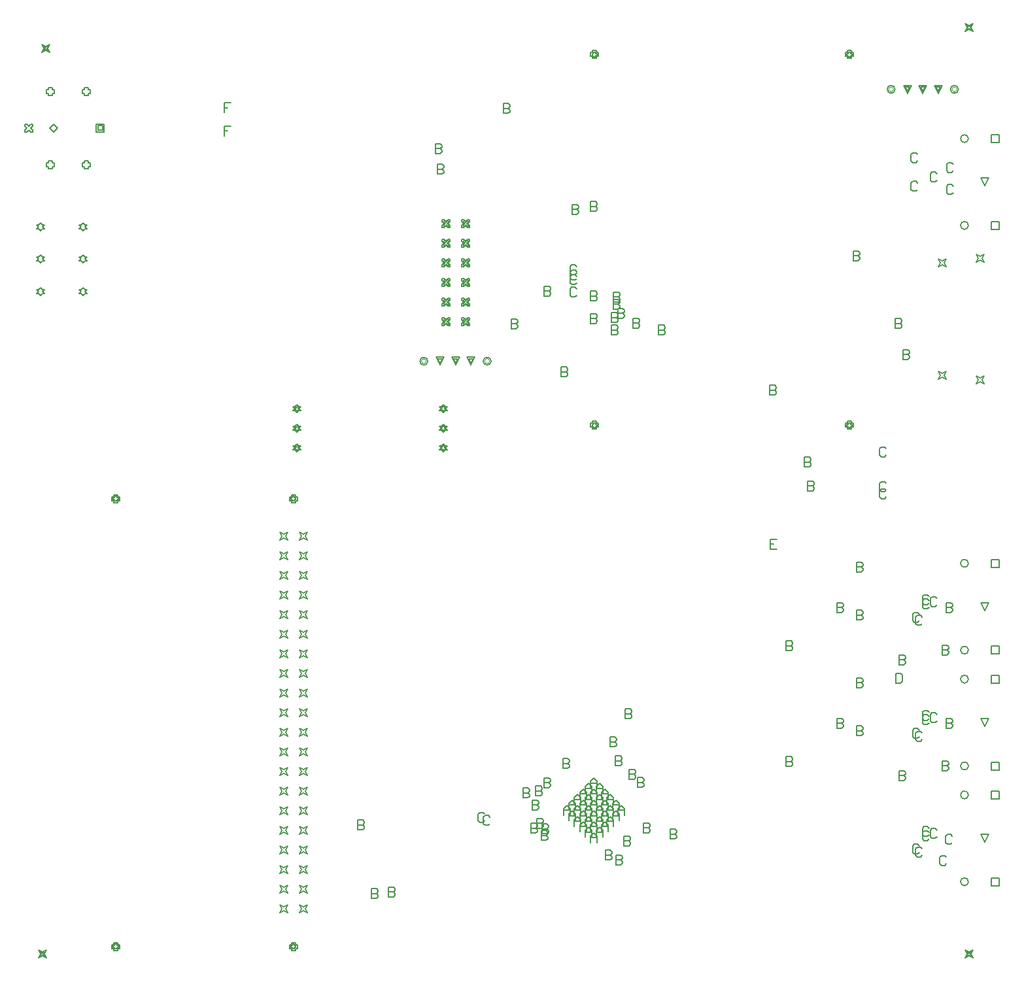
<source format=gbr>
%TF.GenerationSoftware,Altium Limited,Altium Designer,22.4.2 (48)*%
G04 Layer_Color=2752767*
%FSLAX26Y26*%
%MOIN*%
%TF.SameCoordinates,1C2CB1AA-ACBE-45DF-AC24-D873E68AE3FE*%
%TF.FilePolarity,Positive*%
%TF.FileFunction,Drawing*%
%TF.Part,Single*%
G01*
G75*
%TA.AperFunction,NonConductor*%
%ADD196C,0.005000*%
%ADD197C,0.006667*%
%ADD198C,0.004000*%
D196*
X6019370Y4876850D02*
Y4916850D01*
X6059370D01*
Y4876850D01*
X6019370D01*
Y5319370D02*
Y5359370D01*
X6059370D01*
Y5319370D01*
X6019370D01*
X5984252Y5098110D02*
X5964252Y5138110D01*
X6004252D01*
X5984252Y5098110D01*
X1171260Y4539055D02*
X1181260Y4549055D01*
X1191260D01*
X1181260Y4559055D01*
X1191260Y4569055D01*
X1181260D01*
X1171260Y4579055D01*
X1161260Y4569055D01*
X1151260D01*
X1161260Y4559055D01*
X1151260Y4549055D01*
X1161260D01*
X1171260Y4539055D01*
Y4704409D02*
X1181260Y4714409D01*
X1191260D01*
X1181260Y4724409D01*
X1191260Y4734409D01*
X1181260D01*
X1171260Y4744409D01*
X1161260Y4734409D01*
X1151260D01*
X1161260Y4724409D01*
X1151260Y4714409D01*
X1161260D01*
X1171260Y4704409D01*
Y4869764D02*
X1181260Y4879764D01*
X1191260D01*
X1181260Y4889764D01*
X1191260Y4899764D01*
X1181260D01*
X1171260Y4909764D01*
X1161260Y4899764D01*
X1151260D01*
X1161260Y4889764D01*
X1151260Y4879764D01*
X1161260D01*
X1171260Y4869764D01*
X1387795Y4539055D02*
X1397795Y4549055D01*
X1407795D01*
X1397795Y4559055D01*
X1407795Y4569055D01*
X1397795D01*
X1387795Y4579055D01*
X1377795Y4569055D01*
X1367795D01*
X1377795Y4559055D01*
X1367795Y4549055D01*
X1377795D01*
X1387795Y4539055D01*
Y4704409D02*
X1397795Y4714409D01*
X1407795D01*
X1397795Y4724409D01*
X1407795Y4734409D01*
X1397795D01*
X1387795Y4744409D01*
X1377795Y4734409D01*
X1367795D01*
X1377795Y4724409D01*
X1367795Y4714409D01*
X1377795D01*
X1387795Y4704409D01*
Y4869764D02*
X1397795Y4879764D01*
X1407795D01*
X1397795Y4889764D01*
X1407795Y4899764D01*
X1397795D01*
X1387795Y4909764D01*
X1377795Y4899764D01*
X1367795D01*
X1377795Y4889764D01*
X1367795Y4879764D01*
X1377795D01*
X1387795Y4869764D01*
X2390866Y3292205D02*
X2400866Y3312205D01*
X2390866Y3332205D01*
X2410866Y3322205D01*
X2430866Y3332205D01*
X2420866Y3312205D01*
X2430866Y3292205D01*
X2410866Y3302205D01*
X2390866Y3292205D01*
X2490866D02*
X2500866Y3312205D01*
X2490866Y3332205D01*
X2510866Y3322205D01*
X2530866Y3332205D01*
X2520866Y3312205D01*
X2530866Y3292205D01*
X2510866Y3302205D01*
X2490866Y3292205D01*
X2390866Y3192205D02*
X2400866Y3212205D01*
X2390866Y3232205D01*
X2410866Y3222205D01*
X2430866Y3232205D01*
X2420866Y3212205D01*
X2430866Y3192205D01*
X2410866Y3202205D01*
X2390866Y3192205D01*
X2490866D02*
X2500866Y3212205D01*
X2490866Y3232205D01*
X2510866Y3222205D01*
X2530866Y3232205D01*
X2520866Y3212205D01*
X2530866Y3192205D01*
X2510866Y3202205D01*
X2490866Y3192205D01*
X2390866Y3092205D02*
X2400866Y3112205D01*
X2390866Y3132205D01*
X2410866Y3122205D01*
X2430866Y3132205D01*
X2420866Y3112205D01*
X2430866Y3092205D01*
X2410866Y3102205D01*
X2390866Y3092205D01*
X2490866D02*
X2500866Y3112205D01*
X2490866Y3132205D01*
X2510866Y3122205D01*
X2530866Y3132205D01*
X2520866Y3112205D01*
X2530866Y3092205D01*
X2510866Y3102205D01*
X2490866Y3092205D01*
X2390866Y2992205D02*
X2400866Y3012205D01*
X2390866Y3032205D01*
X2410866Y3022205D01*
X2430866Y3032205D01*
X2420866Y3012205D01*
X2430866Y2992205D01*
X2410866Y3002205D01*
X2390866Y2992205D01*
X2490866D02*
X2500866Y3012205D01*
X2490866Y3032205D01*
X2510866Y3022205D01*
X2530866Y3032205D01*
X2520866Y3012205D01*
X2530866Y2992205D01*
X2510866Y3002205D01*
X2490866Y2992205D01*
X2390866Y2892205D02*
X2400866Y2912205D01*
X2390866Y2932205D01*
X2410866Y2922205D01*
X2430866Y2932205D01*
X2420866Y2912205D01*
X2430866Y2892205D01*
X2410866Y2902205D01*
X2390866Y2892205D01*
X2490866D02*
X2500866Y2912205D01*
X2490866Y2932205D01*
X2510866Y2922205D01*
X2530866Y2932205D01*
X2520866Y2912205D01*
X2530866Y2892205D01*
X2510866Y2902205D01*
X2490866Y2892205D01*
X2390866Y2792205D02*
X2400866Y2812205D01*
X2390866Y2832205D01*
X2410866Y2822205D01*
X2430866Y2832205D01*
X2420866Y2812205D01*
X2430866Y2792205D01*
X2410866Y2802205D01*
X2390866Y2792205D01*
X2490866D02*
X2500866Y2812205D01*
X2490866Y2832205D01*
X2510866Y2822205D01*
X2530866Y2832205D01*
X2520866Y2812205D01*
X2530866Y2792205D01*
X2510866Y2802205D01*
X2490866Y2792205D01*
X2390866Y2692205D02*
X2400866Y2712205D01*
X2390866Y2732205D01*
X2410866Y2722205D01*
X2430866Y2732205D01*
X2420866Y2712205D01*
X2430866Y2692205D01*
X2410866Y2702205D01*
X2390866Y2692205D01*
X2490866D02*
X2500866Y2712205D01*
X2490866Y2732205D01*
X2510866Y2722205D01*
X2530866Y2732205D01*
X2520866Y2712205D01*
X2530866Y2692205D01*
X2510866Y2702205D01*
X2490866Y2692205D01*
X2390866Y2592205D02*
X2400866Y2612205D01*
X2390866Y2632205D01*
X2410866Y2622205D01*
X2430866Y2632205D01*
X2420866Y2612205D01*
X2430866Y2592205D01*
X2410866Y2602205D01*
X2390866Y2592205D01*
X2490866D02*
X2500866Y2612205D01*
X2490866Y2632205D01*
X2510866Y2622205D01*
X2530866Y2632205D01*
X2520866Y2612205D01*
X2530866Y2592205D01*
X2510866Y2602205D01*
X2490866Y2592205D01*
X2390866Y2492205D02*
X2400866Y2512205D01*
X2390866Y2532205D01*
X2410866Y2522205D01*
X2430866Y2532205D01*
X2420866Y2512205D01*
X2430866Y2492205D01*
X2410866Y2502205D01*
X2390866Y2492205D01*
X2490866D02*
X2500866Y2512205D01*
X2490866Y2532205D01*
X2510866Y2522205D01*
X2530866Y2532205D01*
X2520866Y2512205D01*
X2530866Y2492205D01*
X2510866Y2502205D01*
X2490866Y2492205D01*
X2390866Y2392205D02*
X2400866Y2412205D01*
X2390866Y2432205D01*
X2410866Y2422205D01*
X2430866Y2432205D01*
X2420866Y2412205D01*
X2430866Y2392205D01*
X2410866Y2402205D01*
X2390866Y2392205D01*
X2490866D02*
X2500866Y2412205D01*
X2490866Y2432205D01*
X2510866Y2422205D01*
X2530866Y2432205D01*
X2520866Y2412205D01*
X2530866Y2392205D01*
X2510866Y2402205D01*
X2490866Y2392205D01*
X2390866Y2292205D02*
X2400866Y2312205D01*
X2390866Y2332205D01*
X2410866Y2322205D01*
X2430866Y2332205D01*
X2420866Y2312205D01*
X2430866Y2292205D01*
X2410866Y2302205D01*
X2390866Y2292205D01*
X2490866D02*
X2500866Y2312205D01*
X2490866Y2332205D01*
X2510866Y2322205D01*
X2530866Y2332205D01*
X2520866Y2312205D01*
X2530866Y2292205D01*
X2510866Y2302205D01*
X2490866Y2292205D01*
X2390866Y2192205D02*
X2400866Y2212205D01*
X2390866Y2232205D01*
X2410866Y2222205D01*
X2430866Y2232205D01*
X2420866Y2212205D01*
X2430866Y2192205D01*
X2410866Y2202205D01*
X2390866Y2192205D01*
X2490866D02*
X2500866Y2212205D01*
X2490866Y2232205D01*
X2510866Y2222205D01*
X2530866Y2232205D01*
X2520866Y2212205D01*
X2530866Y2192205D01*
X2510866Y2202205D01*
X2490866Y2192205D01*
X2390866Y2092205D02*
X2400866Y2112205D01*
X2390866Y2132205D01*
X2410866Y2122205D01*
X2430866Y2132205D01*
X2420866Y2112205D01*
X2430866Y2092205D01*
X2410866Y2102205D01*
X2390866Y2092205D01*
X2490866D02*
X2500866Y2112205D01*
X2490866Y2132205D01*
X2510866Y2122205D01*
X2530866Y2132205D01*
X2520866Y2112205D01*
X2530866Y2092205D01*
X2510866Y2102205D01*
X2490866Y2092205D01*
X2390866Y1992205D02*
X2400866Y2012205D01*
X2390866Y2032205D01*
X2410866Y2022205D01*
X2430866Y2032205D01*
X2420866Y2012205D01*
X2430866Y1992205D01*
X2410866Y2002205D01*
X2390866Y1992205D01*
X2490866D02*
X2500866Y2012205D01*
X2490866Y2032205D01*
X2510866Y2022205D01*
X2530866Y2032205D01*
X2520866Y2012205D01*
X2530866Y1992205D01*
X2510866Y2002205D01*
X2490866Y1992205D01*
X2390866Y1892205D02*
X2400866Y1912205D01*
X2390866Y1932205D01*
X2410866Y1922205D01*
X2430866Y1932205D01*
X2420866Y1912205D01*
X2430866Y1892205D01*
X2410866Y1902205D01*
X2390866Y1892205D01*
X2490866D02*
X2500866Y1912205D01*
X2490866Y1932205D01*
X2510866Y1922205D01*
X2530866Y1932205D01*
X2520866Y1912205D01*
X2530866Y1892205D01*
X2510866Y1902205D01*
X2490866Y1892205D01*
X2390866Y1792205D02*
X2400866Y1812205D01*
X2390866Y1832205D01*
X2410866Y1822205D01*
X2430866Y1832205D01*
X2420866Y1812205D01*
X2430866Y1792205D01*
X2410866Y1802205D01*
X2390866Y1792205D01*
X2490866D02*
X2500866Y1812205D01*
X2490866Y1832205D01*
X2510866Y1822205D01*
X2530866Y1832205D01*
X2520866Y1812205D01*
X2530866Y1792205D01*
X2510866Y1802205D01*
X2490866Y1792205D01*
X2390866Y1692205D02*
X2400866Y1712205D01*
X2390866Y1732205D01*
X2410866Y1722205D01*
X2430866Y1732205D01*
X2420866Y1712205D01*
X2430866Y1692205D01*
X2410866Y1702205D01*
X2390866Y1692205D01*
X2490866D02*
X2500866Y1712205D01*
X2490866Y1732205D01*
X2510866Y1722205D01*
X2530866Y1732205D01*
X2520866Y1712205D01*
X2530866Y1692205D01*
X2510866Y1702205D01*
X2490866Y1692205D01*
X2390866Y1592205D02*
X2400866Y1612205D01*
X2390866Y1632205D01*
X2410866Y1622205D01*
X2430866Y1632205D01*
X2420866Y1612205D01*
X2430866Y1592205D01*
X2410866Y1602205D01*
X2390866Y1592205D01*
X2490866D02*
X2500866Y1612205D01*
X2490866Y1632205D01*
X2510866Y1622205D01*
X2530866Y1632205D01*
X2520866Y1612205D01*
X2530866Y1592205D01*
X2510866Y1602205D01*
X2490866Y1592205D01*
X2390866Y1492205D02*
X2400866Y1512205D01*
X2390866Y1532205D01*
X2410866Y1522205D01*
X2430866Y1532205D01*
X2420866Y1512205D01*
X2430866Y1492205D01*
X2410866Y1502205D01*
X2390866Y1492205D01*
X2490866D02*
X2500866Y1512205D01*
X2490866Y1532205D01*
X2510866Y1522205D01*
X2530866Y1532205D01*
X2520866Y1512205D01*
X2530866Y1492205D01*
X2510866Y1502205D01*
X2490866Y1492205D01*
X2390866Y1392205D02*
X2400866Y1412205D01*
X2390866Y1432205D01*
X2410866Y1422205D01*
X2430866Y1432205D01*
X2420866Y1412205D01*
X2430866Y1392205D01*
X2410866Y1402205D01*
X2390866Y1392205D01*
X2490866D02*
X2500866Y1412205D01*
X2490866Y1432205D01*
X2510866Y1422205D01*
X2530866Y1432205D01*
X2520866Y1412205D01*
X2530866Y1392205D01*
X2510866Y1402205D01*
X2490866Y1392205D01*
X1210472Y5196693D02*
Y5186693D01*
X1230472D01*
Y5196693D01*
X1240472D01*
Y5216693D01*
X1230472D01*
Y5226693D01*
X1210472D01*
Y5216693D01*
X1200472D01*
Y5196693D01*
X1210472D01*
Y5570709D02*
Y5560709D01*
X1230472D01*
Y5570709D01*
X1240472D01*
Y5590709D01*
X1230472D01*
Y5600709D01*
X1210472D01*
Y5590709D01*
X1200472D01*
Y5570709D01*
X1210472D01*
X1092205Y5373701D02*
X1102205D01*
X1112205Y5383701D01*
X1122205Y5373701D01*
X1132205D01*
Y5383701D01*
X1122205Y5393701D01*
X1132205Y5403701D01*
Y5413701D01*
X1122205D01*
X1112205Y5403701D01*
X1102205Y5413701D01*
X1092205D01*
Y5403701D01*
X1102205Y5393701D01*
X1092205Y5383701D01*
Y5373701D01*
X1220158Y5393701D02*
X1240158Y5413701D01*
X1260158Y5393701D01*
X1240158Y5373701D01*
X1220158Y5393701D01*
X1456378Y5373701D02*
Y5413701D01*
X1496378D01*
Y5373701D01*
X1456378D01*
X1464378Y5381701D02*
Y5405701D01*
X1488378D01*
Y5381701D01*
X1464378D01*
X1395512Y5570709D02*
Y5560709D01*
X1415512D01*
Y5570709D01*
X1425512D01*
Y5590709D01*
X1415512D01*
Y5600709D01*
X1395512D01*
Y5590709D01*
X1385512D01*
Y5570709D01*
X1395512D01*
Y5196693D02*
Y5186693D01*
X1415512D01*
Y5196693D01*
X1425512D01*
Y5216693D01*
X1415512D01*
Y5226693D01*
X1395512D01*
Y5216693D01*
X1385512D01*
Y5196693D01*
X1395512D01*
X5590551Y5570551D02*
X5570551Y5610551D01*
X5610551D01*
X5590551Y5570551D01*
Y5578551D02*
X5578551Y5602551D01*
X5602551D01*
X5590551Y5578551D01*
X5669291Y5570551D02*
X5649291Y5610551D01*
X5689291D01*
X5669291Y5570551D01*
Y5578551D02*
X5657291Y5602551D01*
X5681291D01*
X5669291Y5578551D01*
X5748032Y5570551D02*
X5728032Y5610551D01*
X5768032D01*
X5748032Y5570551D01*
Y5578551D02*
X5736032Y5602551D01*
X5760032D01*
X5748032Y5578551D01*
X3224409Y3742205D02*
X3234409Y3752205D01*
X3244409D01*
X3234409Y3762205D01*
X3244409Y3772205D01*
X3234409D01*
X3224409Y3782205D01*
X3214409Y3772205D01*
X3204409D01*
X3214409Y3762205D01*
X3204409Y3752205D01*
X3214409D01*
X3224409Y3742205D01*
Y3750205D02*
X3230409Y3756205D01*
X3236409D01*
X3230409Y3762205D01*
X3236409Y3768205D01*
X3230409D01*
X3224409Y3774205D01*
X3218409Y3768205D01*
X3212409D01*
X3218409Y3762205D01*
X3212409Y3756205D01*
X3218409D01*
X3224409Y3750205D01*
Y3842205D02*
X3234409Y3852205D01*
X3244409D01*
X3234409Y3862205D01*
X3244409Y3872205D01*
X3234409D01*
X3224409Y3882205D01*
X3214409Y3872205D01*
X3204409D01*
X3214409Y3862205D01*
X3204409Y3852205D01*
X3214409D01*
X3224409Y3842205D01*
Y3850205D02*
X3230409Y3856205D01*
X3236409D01*
X3230409Y3862205D01*
X3236409Y3868205D01*
X3230409D01*
X3224409Y3874205D01*
X3218409Y3868205D01*
X3212409D01*
X3218409Y3862205D01*
X3212409Y3856205D01*
X3218409D01*
X3224409Y3850205D01*
Y3942205D02*
X3234409Y3952205D01*
X3244409D01*
X3234409Y3962205D01*
X3244409Y3972205D01*
X3234409D01*
X3224409Y3982205D01*
X3214409Y3972205D01*
X3204409D01*
X3214409Y3962205D01*
X3204409Y3952205D01*
X3214409D01*
X3224409Y3942205D01*
Y3950205D02*
X3230409Y3956205D01*
X3236409D01*
X3230409Y3962205D01*
X3236409Y3968205D01*
X3230409D01*
X3224409Y3974205D01*
X3218409Y3968205D01*
X3212409D01*
X3218409Y3962205D01*
X3212409Y3956205D01*
X3218409D01*
X3224409Y3950205D01*
X5885512Y5885512D02*
X5895512Y5905512D01*
X5885512Y5925512D01*
X5905512Y5915512D01*
X5925512Y5925512D01*
X5915512Y5905512D01*
X5925512Y5885512D01*
X5905512Y5895512D01*
X5885512Y5885512D01*
X5893512Y5893512D02*
X5899512Y5905512D01*
X5893512Y5917512D01*
X5905512Y5911512D01*
X5917512Y5917512D01*
X5911512Y5905512D01*
X5917512Y5893512D01*
X5905512Y5899512D01*
X5893512Y5893512D01*
X5747717Y4684724D02*
X5757717Y4704724D01*
X5747717Y4724724D01*
X5767717Y4714724D01*
X5787717Y4724724D01*
X5777717Y4704724D01*
X5787717Y4684724D01*
X5767717Y4694724D01*
X5747717Y4684724D01*
X5940630Y4708346D02*
X5950630Y4728346D01*
X5940630Y4748346D01*
X5960630Y4738346D01*
X5980630Y4748346D01*
X5970630Y4728346D01*
X5980630Y4708346D01*
X5960630Y4718346D01*
X5940630Y4708346D01*
X5747717Y4113858D02*
X5757717Y4133858D01*
X5747717Y4153858D01*
X5767717Y4143858D01*
X5787717Y4153858D01*
X5777717Y4133858D01*
X5787717Y4113858D01*
X5767717Y4123858D01*
X5747717Y4113858D01*
X5940630Y4090236D02*
X5950630Y4110236D01*
X5940630Y4130236D01*
X5960630Y4120236D01*
X5980630Y4130236D01*
X5970630Y4110236D01*
X5980630Y4090236D01*
X5960630Y4100236D01*
X5940630Y4090236D01*
X2450630Y3493937D02*
Y3483937D01*
X2470630D01*
Y3493937D01*
X2480630D01*
Y3513937D01*
X2470630D01*
Y3523937D01*
X2450630D01*
Y3513937D01*
X2440630D01*
Y3493937D01*
X2450630D01*
X2454630Y3497937D02*
Y3491937D01*
X2466630D01*
Y3497937D01*
X2472630D01*
Y3509937D01*
X2466630D01*
Y3515937D01*
X2454630D01*
Y3509937D01*
X2448630D01*
Y3497937D01*
X2454630D01*
X3219961Y4386299D02*
X3229961D01*
X3239961Y4396299D01*
X3249961Y4386299D01*
X3259961D01*
Y4396299D01*
X3249961Y4406299D01*
X3259961Y4416299D01*
Y4426299D01*
X3249961D01*
X3239961Y4416299D01*
X3229961Y4426299D01*
X3219961D01*
Y4416299D01*
X3229961Y4406299D01*
X3219961Y4396299D01*
Y4386299D01*
X3227961Y4394299D02*
X3233961D01*
X3239961Y4400299D01*
X3245961Y4394299D01*
X3251961D01*
Y4400299D01*
X3245961Y4406299D01*
X3251961Y4412299D01*
Y4418299D01*
X3245961D01*
X3239961Y4412299D01*
X3233961Y4418299D01*
X3227961D01*
Y4412299D01*
X3233961Y4406299D01*
X3227961Y4400299D01*
Y4394299D01*
X3319961Y4386299D02*
X3329961D01*
X3339961Y4396299D01*
X3349961Y4386299D01*
X3359961D01*
Y4396299D01*
X3349961Y4406299D01*
X3359961Y4416299D01*
Y4426299D01*
X3349961D01*
X3339961Y4416299D01*
X3329961Y4426299D01*
X3319961D01*
Y4416299D01*
X3329961Y4406299D01*
X3319961Y4396299D01*
Y4386299D01*
X3327961Y4394299D02*
X3333961D01*
X3339961Y4400299D01*
X3345961Y4394299D01*
X3351961D01*
Y4400299D01*
X3345961Y4406299D01*
X3351961Y4412299D01*
Y4418299D01*
X3345961D01*
X3339961Y4412299D01*
X3333961Y4418299D01*
X3327961D01*
Y4412299D01*
X3333961Y4406299D01*
X3327961Y4400299D01*
Y4394299D01*
X6019370Y1530394D02*
Y1570394D01*
X6059370D01*
Y1530394D01*
X6019370D01*
Y1972913D02*
Y2012913D01*
X6059370D01*
Y1972913D01*
X6019370D01*
X5984252Y1751653D02*
X5964252Y1791653D01*
X6004252D01*
X5984252Y1751653D01*
X6019370Y2120945D02*
Y2160945D01*
X6059370D01*
Y2120945D01*
X6019370D01*
Y2563465D02*
Y2603465D01*
X6059370D01*
Y2563465D01*
X6019370D01*
X5984252Y2342205D02*
X5964252Y2382205D01*
X6004252D01*
X5984252Y2342205D01*
X6019370Y2711496D02*
Y2751496D01*
X6059370D01*
Y2711496D01*
X6019370D01*
Y3154016D02*
Y3194016D01*
X6059370D01*
Y3154016D01*
X6019370D01*
X5984252Y2932756D02*
X5964252Y2972756D01*
X6004252D01*
X5984252Y2932756D01*
X3319961Y4886299D02*
X3329961D01*
X3339961Y4896299D01*
X3349961Y4886299D01*
X3359961D01*
Y4896299D01*
X3349961Y4906299D01*
X3359961Y4916299D01*
Y4926299D01*
X3349961D01*
X3339961Y4916299D01*
X3329961Y4926299D01*
X3319961D01*
Y4916299D01*
X3329961Y4906299D01*
X3319961Y4896299D01*
Y4886299D01*
X3327961Y4894299D02*
X3333961D01*
X3339961Y4900299D01*
X3345961Y4894299D01*
X3351961D01*
Y4900299D01*
X3345961Y4906299D01*
X3351961Y4912299D01*
Y4918299D01*
X3345961D01*
X3339961Y4912299D01*
X3333961Y4918299D01*
X3327961D01*
Y4912299D01*
X3333961Y4906299D01*
X3327961Y4900299D01*
Y4894299D01*
X3219961Y4886299D02*
X3229961D01*
X3239961Y4896299D01*
X3249961Y4886299D01*
X3259961D01*
Y4896299D01*
X3249961Y4906299D01*
X3259961Y4916299D01*
Y4926299D01*
X3249961D01*
X3239961Y4916299D01*
X3229961Y4926299D01*
X3219961D01*
Y4916299D01*
X3229961Y4906299D01*
X3219961Y4896299D01*
Y4886299D01*
X3227961Y4894299D02*
X3233961D01*
X3239961Y4900299D01*
X3245961Y4894299D01*
X3251961D01*
Y4900299D01*
X3245961Y4906299D01*
X3251961Y4912299D01*
Y4918299D01*
X3245961D01*
X3239961Y4912299D01*
X3233961Y4918299D01*
X3227961D01*
Y4912299D01*
X3233961Y4906299D01*
X3227961Y4900299D01*
Y4894299D01*
X3319961Y4786299D02*
X3329961D01*
X3339961Y4796299D01*
X3349961Y4786299D01*
X3359961D01*
Y4796299D01*
X3349961Y4806299D01*
X3359961Y4816299D01*
Y4826299D01*
X3349961D01*
X3339961Y4816299D01*
X3329961Y4826299D01*
X3319961D01*
Y4816299D01*
X3329961Y4806299D01*
X3319961Y4796299D01*
Y4786299D01*
X3327961Y4794299D02*
X3333961D01*
X3339961Y4800299D01*
X3345961Y4794299D01*
X3351961D01*
Y4800299D01*
X3345961Y4806299D01*
X3351961Y4812299D01*
Y4818299D01*
X3345961D01*
X3339961Y4812299D01*
X3333961Y4818299D01*
X3327961D01*
Y4812299D01*
X3333961Y4806299D01*
X3327961Y4800299D01*
Y4794299D01*
X3219961Y4786299D02*
X3229961D01*
X3239961Y4796299D01*
X3249961Y4786299D01*
X3259961D01*
Y4796299D01*
X3249961Y4806299D01*
X3259961Y4816299D01*
Y4826299D01*
X3249961D01*
X3239961Y4816299D01*
X3229961Y4826299D01*
X3219961D01*
Y4816299D01*
X3229961Y4806299D01*
X3219961Y4796299D01*
Y4786299D01*
X3227961Y4794299D02*
X3233961D01*
X3239961Y4800299D01*
X3245961Y4794299D01*
X3251961D01*
Y4800299D01*
X3245961Y4806299D01*
X3251961Y4812299D01*
Y4818299D01*
X3245961D01*
X3239961Y4812299D01*
X3233961Y4818299D01*
X3227961D01*
Y4812299D01*
X3233961Y4806299D01*
X3227961Y4800299D01*
Y4794299D01*
X3219961Y4686299D02*
X3229961D01*
X3239961Y4696299D01*
X3249961Y4686299D01*
X3259961D01*
Y4696299D01*
X3249961Y4706299D01*
X3259961Y4716299D01*
Y4726299D01*
X3249961D01*
X3239961Y4716299D01*
X3229961Y4726299D01*
X3219961D01*
Y4716299D01*
X3229961Y4706299D01*
X3219961Y4696299D01*
Y4686299D01*
X3227961Y4694299D02*
X3233961D01*
X3239961Y4700299D01*
X3245961Y4694299D01*
X3251961D01*
Y4700299D01*
X3245961Y4706299D01*
X3251961Y4712299D01*
Y4718299D01*
X3245961D01*
X3239961Y4712299D01*
X3233961Y4718299D01*
X3227961D01*
Y4712299D01*
X3233961Y4706299D01*
X3227961Y4700299D01*
Y4694299D01*
X3319961Y4686299D02*
X3329961D01*
X3339961Y4696299D01*
X3349961Y4686299D01*
X3359961D01*
Y4696299D01*
X3349961Y4706299D01*
X3359961Y4716299D01*
Y4726299D01*
X3349961D01*
X3339961Y4716299D01*
X3329961Y4726299D01*
X3319961D01*
Y4716299D01*
X3329961Y4706299D01*
X3319961Y4696299D01*
Y4686299D01*
X3327961Y4694299D02*
X3333961D01*
X3339961Y4700299D01*
X3345961Y4694299D01*
X3351961D01*
Y4700299D01*
X3345961Y4706299D01*
X3351961Y4712299D01*
Y4718299D01*
X3345961D01*
X3339961Y4712299D01*
X3333961Y4718299D01*
X3327961D01*
Y4712299D01*
X3333961Y4706299D01*
X3327961Y4700299D01*
Y4694299D01*
X3219961Y4586299D02*
X3229961D01*
X3239961Y4596299D01*
X3249961Y4586299D01*
X3259961D01*
Y4596299D01*
X3249961Y4606299D01*
X3259961Y4616299D01*
Y4626299D01*
X3249961D01*
X3239961Y4616299D01*
X3229961Y4626299D01*
X3219961D01*
Y4616299D01*
X3229961Y4606299D01*
X3219961Y4596299D01*
Y4586299D01*
X3227961Y4594299D02*
X3233961D01*
X3239961Y4600299D01*
X3245961Y4594299D01*
X3251961D01*
Y4600299D01*
X3245961Y4606299D01*
X3251961Y4612299D01*
Y4618299D01*
X3245961D01*
X3239961Y4612299D01*
X3233961Y4618299D01*
X3227961D01*
Y4612299D01*
X3233961Y4606299D01*
X3227961Y4600299D01*
Y4594299D01*
X3319961Y4586299D02*
X3329961D01*
X3339961Y4596299D01*
X3349961Y4586299D01*
X3359961D01*
Y4596299D01*
X3349961Y4606299D01*
X3359961Y4616299D01*
Y4626299D01*
X3349961D01*
X3339961Y4616299D01*
X3329961Y4626299D01*
X3319961D01*
Y4616299D01*
X3329961Y4606299D01*
X3319961Y4596299D01*
Y4586299D01*
X3327961Y4594299D02*
X3333961D01*
X3339961Y4600299D01*
X3345961Y4594299D01*
X3351961D01*
Y4600299D01*
X3345961Y4606299D01*
X3351961Y4612299D01*
Y4618299D01*
X3345961D01*
X3339961Y4612299D01*
X3333961Y4618299D01*
X3327961D01*
Y4612299D01*
X3333961Y4606299D01*
X3327961Y4600299D01*
Y4594299D01*
X3219961Y4486299D02*
X3229961D01*
X3239961Y4496299D01*
X3249961Y4486299D01*
X3259961D01*
Y4496299D01*
X3249961Y4506299D01*
X3259961Y4516299D01*
Y4526299D01*
X3249961D01*
X3239961Y4516299D01*
X3229961Y4526299D01*
X3219961D01*
Y4516299D01*
X3229961Y4506299D01*
X3219961Y4496299D01*
Y4486299D01*
X3227961Y4494299D02*
X3233961D01*
X3239961Y4500299D01*
X3245961Y4494299D01*
X3251961D01*
Y4500299D01*
X3245961Y4506299D01*
X3251961Y4512299D01*
Y4518299D01*
X3245961D01*
X3239961Y4512299D01*
X3233961Y4518299D01*
X3227961D01*
Y4512299D01*
X3233961Y4506299D01*
X3227961Y4500299D01*
Y4494299D01*
X3319961Y4486299D02*
X3329961D01*
X3339961Y4496299D01*
X3349961Y4486299D01*
X3359961D01*
Y4496299D01*
X3349961Y4506299D01*
X3359961Y4516299D01*
Y4526299D01*
X3349961D01*
X3339961Y4516299D01*
X3329961Y4526299D01*
X3319961D01*
Y4516299D01*
X3329961Y4506299D01*
X3319961Y4496299D01*
Y4486299D01*
X3327961Y4494299D02*
X3333961D01*
X3339961Y4500299D01*
X3345961Y4494299D01*
X3351961D01*
Y4500299D01*
X3345961Y4506299D01*
X3351961Y4512299D01*
Y4518299D01*
X3345961D01*
X3339961Y4512299D01*
X3333961Y4518299D01*
X3327961D01*
Y4512299D01*
X3333961Y4506299D01*
X3327961Y4500299D01*
Y4494299D01*
X3366142Y4184724D02*
X3346142Y4224724D01*
X3386142D01*
X3366142Y4184724D01*
Y4192724D02*
X3354142Y4216724D01*
X3378142D01*
X3366142Y4192724D01*
X3287402Y4184724D02*
X3267402Y4224724D01*
X3307402D01*
X3287402Y4184724D01*
Y4192724D02*
X3275402Y4216724D01*
X3299402D01*
X3287402Y4192724D01*
X3208661Y4184724D02*
X3188661Y4224724D01*
X3228661D01*
X3208661Y4184724D01*
Y4192724D02*
X3196661Y4216724D01*
X3220661D01*
X3208661Y4192724D01*
X1161102Y1161102D02*
X1171102Y1181102D01*
X1161102Y1201102D01*
X1181102Y1191102D01*
X1201102Y1201102D01*
X1191102Y1181102D01*
X1201102Y1161102D01*
X1181102Y1171102D01*
X1161102Y1161102D01*
X1169102Y1169102D02*
X1175102Y1181102D01*
X1169102Y1193102D01*
X1181102Y1187102D01*
X1193102Y1193102D01*
X1187102Y1181102D01*
X1193102Y1169102D01*
X1181102Y1175102D01*
X1169102Y1169102D01*
X1180000Y5780000D02*
X1190000Y5800000D01*
X1180000Y5820000D01*
X1200000Y5810000D01*
X1220000Y5820000D01*
X1210000Y5800000D01*
X1220000Y5780000D01*
X1200000Y5790000D01*
X1180000Y5780000D01*
X1188000Y5788000D02*
X1194000Y5800000D01*
X1188000Y5812000D01*
X1200000Y5806000D01*
X1212000Y5812000D01*
X1206000Y5800000D01*
X1212000Y5788000D01*
X1200000Y5794000D01*
X1188000Y5788000D01*
X5885512Y1161102D02*
X5895512Y1181102D01*
X5885512Y1201102D01*
X5905512Y1191102D01*
X5925512Y1201102D01*
X5915512Y1181102D01*
X5925512Y1161102D01*
X5905512Y1171102D01*
X5885512Y1161102D01*
X5893512Y1169102D02*
X5899512Y1181102D01*
X5893512Y1193102D01*
X5905512Y1187102D01*
X5917512Y1193102D01*
X5911512Y1181102D01*
X5917512Y1169102D01*
X5905512Y1175102D01*
X5893512Y1169102D01*
X2480315Y3742205D02*
X2490315Y3752205D01*
X2500315D01*
X2490315Y3762205D01*
X2500315Y3772205D01*
X2490315D01*
X2480315Y3782205D01*
X2470315Y3772205D01*
X2460315D01*
X2470315Y3762205D01*
X2460315Y3752205D01*
X2470315D01*
X2480315Y3742205D01*
Y3750205D02*
X2486315Y3756205D01*
X2492315D01*
X2486315Y3762205D01*
X2492315Y3768205D01*
X2486315D01*
X2480315Y3774205D01*
X2474315Y3768205D01*
X2468315D01*
X2474315Y3762205D01*
X2468315Y3756205D01*
X2474315D01*
X2480315Y3750205D01*
Y3842205D02*
X2490315Y3852205D01*
X2500315D01*
X2490315Y3862205D01*
X2500315Y3872205D01*
X2490315D01*
X2480315Y3882205D01*
X2470315Y3872205D01*
X2460315D01*
X2470315Y3862205D01*
X2460315Y3852205D01*
X2470315D01*
X2480315Y3842205D01*
Y3850205D02*
X2486315Y3856205D01*
X2492315D01*
X2486315Y3862205D01*
X2492315Y3868205D01*
X2486315D01*
X2480315Y3874205D01*
X2474315Y3868205D01*
X2468315D01*
X2474315Y3862205D01*
X2468315Y3856205D01*
X2474315D01*
X2480315Y3850205D01*
Y3942205D02*
X2490315Y3952205D01*
X2500315D01*
X2490315Y3962205D01*
X2500315Y3972205D01*
X2490315D01*
X2480315Y3982205D01*
X2470315Y3972205D01*
X2460315D01*
X2470315Y3962205D01*
X2460315Y3952205D01*
X2470315D01*
X2480315Y3942205D01*
Y3950205D02*
X2486315Y3956205D01*
X2492315D01*
X2486315Y3962205D01*
X2492315Y3968205D01*
X2486315D01*
X2480315Y3974205D01*
X2474315Y3968205D01*
X2468315D01*
X2474315Y3962205D01*
X2468315Y3956205D01*
X2474315D01*
X2480315Y3950205D01*
X3986063Y3867953D02*
Y3857953D01*
X4006063D01*
Y3867953D01*
X4016063D01*
Y3887953D01*
X4006063D01*
Y3897953D01*
X3986063D01*
Y3887953D01*
X3976063D01*
Y3867953D01*
X3986063D01*
X3990063Y3871953D02*
Y3865953D01*
X4002063D01*
Y3871953D01*
X4008063D01*
Y3883953D01*
X4002063D01*
Y3889953D01*
X3990063D01*
Y3883953D01*
X3984063D01*
Y3871953D01*
X3990063D01*
X5285276Y3867953D02*
Y3857953D01*
X5305276D01*
Y3867953D01*
X5315276D01*
Y3887953D01*
X5305276D01*
Y3897953D01*
X5285276D01*
Y3887953D01*
X5275276D01*
Y3867953D01*
X5285276D01*
X5289276Y3871953D02*
Y3865953D01*
X5301276D01*
Y3871953D01*
X5307276D01*
Y3883953D01*
X5301276D01*
Y3889953D01*
X5289276D01*
Y3883953D01*
X5283276D01*
Y3871953D01*
X5289276D01*
X3986063Y5757717D02*
Y5747717D01*
X4006063D01*
Y5757717D01*
X4016063D01*
Y5777717D01*
X4006063D01*
Y5787717D01*
X3986063D01*
Y5777717D01*
X3976063D01*
Y5757717D01*
X3986063D01*
X3990063Y5761717D02*
Y5755717D01*
X4002063D01*
Y5761717D01*
X4008063D01*
Y5773717D01*
X4002063D01*
Y5779717D01*
X3990063D01*
Y5773717D01*
X3984063D01*
Y5761717D01*
X3990063D01*
X5285276Y5757717D02*
Y5747717D01*
X5305276D01*
Y5757717D01*
X5315276D01*
Y5777717D01*
X5305276D01*
Y5787717D01*
X5285276D01*
Y5777717D01*
X5275276D01*
Y5757717D01*
X5285276D01*
X5289276Y5761717D02*
Y5755717D01*
X5301276D01*
Y5761717D01*
X5307276D01*
Y5773717D01*
X5301276D01*
Y5779717D01*
X5289276D01*
Y5773717D01*
X5283276D01*
Y5761717D01*
X5289276D01*
X1545118Y3493937D02*
Y3483937D01*
X1565118D01*
Y3493937D01*
X1575118D01*
Y3513937D01*
X1565118D01*
Y3523937D01*
X1545118D01*
Y3513937D01*
X1535118D01*
Y3493937D01*
X1545118D01*
X1549118Y3497937D02*
Y3491937D01*
X1561118D01*
Y3497937D01*
X1567118D01*
Y3509937D01*
X1561118D01*
Y3515937D01*
X1549118D01*
Y3509937D01*
X1543118D01*
Y3497937D01*
X1549118D01*
X2450630Y1210472D02*
Y1200472D01*
X2470630D01*
Y1210472D01*
X2480630D01*
Y1230472D01*
X2470630D01*
Y1240472D01*
X2450630D01*
Y1230472D01*
X2440630D01*
Y1210472D01*
X2450630D01*
X2454630Y1214472D02*
Y1208472D01*
X2466630D01*
Y1214472D01*
X2472630D01*
Y1226472D01*
X2466630D01*
Y1232472D01*
X2454630D01*
Y1226472D01*
X2448630D01*
Y1214472D01*
X2454630D01*
X1545118Y1210472D02*
Y1200472D01*
X1565118D01*
Y1210472D01*
X1575118D01*
Y1230472D01*
X1565118D01*
Y1240472D01*
X1545118D01*
Y1230472D01*
X1535118D01*
Y1210472D01*
X1545118D01*
X1549118Y1214472D02*
Y1208472D01*
X1561118D01*
Y1214472D01*
X1567118D01*
Y1226472D01*
X1561118D01*
Y1232472D01*
X1549118D01*
Y1226472D01*
X1543118D01*
Y1214472D01*
X1549118D01*
X3976378Y1861925D02*
Y1895248D01*
X3993039Y1911909D01*
X4009701Y1895248D01*
Y1861925D01*
Y1886917D01*
X3976378D01*
X3948539Y1834086D02*
Y1867409D01*
X3965200Y1884070D01*
X3981862Y1867409D01*
Y1834086D01*
Y1859078D01*
X3948539D01*
X3920700Y1806247D02*
Y1839570D01*
X3937362Y1856231D01*
X3954023Y1839570D01*
Y1806247D01*
Y1831239D01*
X3920700D01*
X3948539Y1889764D02*
Y1923086D01*
X3965200Y1939748D01*
X3981862Y1923086D01*
Y1889764D01*
Y1914756D01*
X3948539D01*
X3920700Y1861925D02*
Y1895247D01*
X3937362Y1911909D01*
X3954023Y1895247D01*
Y1861925D01*
Y1886917D01*
X3920700D01*
X3892861Y1834086D02*
Y1867409D01*
X3909523Y1884070D01*
X3926184Y1867409D01*
Y1834086D01*
Y1859078D01*
X3892861D01*
X3920700Y1917603D02*
Y1950925D01*
X3937362Y1967586D01*
X3954023Y1950925D01*
Y1917603D01*
Y1942595D01*
X3920700D01*
X3892861Y1889764D02*
Y1923086D01*
X3909523Y1939748D01*
X3926184Y1923086D01*
Y1889764D01*
Y1914756D01*
X3892861D01*
X3865023Y1861925D02*
Y1895247D01*
X3881684Y1911909D01*
X3898345Y1895247D01*
Y1861925D01*
Y1886917D01*
X3865023D01*
X3892861Y1945441D02*
Y1978764D01*
X3909523Y1995425D01*
X3926184Y1978764D01*
Y1945441D01*
Y1970433D01*
X3892861D01*
X3865023Y1917603D02*
Y1950925D01*
X3881684Y1967586D01*
X3898345Y1950925D01*
Y1917603D01*
Y1942595D01*
X3865023D01*
X3837184Y1889764D02*
Y1923086D01*
X3853845Y1939748D01*
X3870506Y1923086D01*
Y1889764D01*
Y1914756D01*
X3837184D01*
X4004217Y1834086D02*
Y1867409D01*
X4020878Y1884070D01*
X4037539Y1867409D01*
Y1834086D01*
Y1859078D01*
X4004217D01*
X3976378Y1806247D02*
Y1839570D01*
X3993039Y1856231D01*
X4009701Y1839570D01*
Y1806247D01*
Y1831239D01*
X3976378D01*
X3948539Y1778408D02*
Y1811731D01*
X3965200Y1828392D01*
X3981862Y1811731D01*
Y1778408D01*
Y1803400D01*
X3948539D01*
X3976378Y1750570D02*
Y1783892D01*
X3993039Y1800553D01*
X4009701Y1783892D01*
Y1750570D01*
Y1775561D01*
X3976378D01*
X4004217Y1778408D02*
Y1811731D01*
X4020878Y1828392D01*
X4037539Y1811731D01*
Y1778408D01*
Y1803400D01*
X4004217D01*
X4032056Y1806247D02*
Y1839570D01*
X4048717Y1856231D01*
X4065378Y1839570D01*
Y1806247D01*
Y1831239D01*
X4032056D01*
X3976378Y1917603D02*
Y1950925D01*
X3993039Y1967586D01*
X4009701Y1950925D01*
Y1917603D01*
Y1942594D01*
X3976378D01*
X4004217Y1945441D02*
Y1978764D01*
X4020878Y1995425D01*
X4037539Y1978764D01*
Y1945441D01*
Y1970433D01*
X4004217D01*
X4032056Y1973280D02*
Y2006603D01*
X4048717Y2023264D01*
X4065378Y2006603D01*
Y1973280D01*
Y1998272D01*
X4032056D01*
X4004217Y1889764D02*
Y1923086D01*
X4020878Y1939748D01*
X4037539Y1923086D01*
Y1889764D01*
Y1914756D01*
X4004217D01*
X4032056Y1917603D02*
Y1950925D01*
X4048717Y1967586D01*
X4065378Y1950925D01*
Y1917603D01*
Y1942595D01*
X4032056D01*
X4059894Y1945441D02*
Y1978764D01*
X4076556Y1995425D01*
X4093217Y1978764D01*
Y1945441D01*
Y1970433D01*
X4059894D01*
X4032056Y1861925D02*
Y1895247D01*
X4048717Y1911909D01*
X4065378Y1895247D01*
Y1861925D01*
Y1886917D01*
X4032056D01*
X4059894Y1889764D02*
Y1923086D01*
X4076556Y1939748D01*
X4093217Y1923086D01*
Y1889764D01*
Y1914756D01*
X4059894D01*
X4087733Y1917603D02*
Y1950925D01*
X4104395Y1967586D01*
X4121056Y1950925D01*
Y1917603D01*
Y1942595D01*
X4087733D01*
X4059894Y1834086D02*
Y1867409D01*
X4076556Y1884070D01*
X4093217Y1867409D01*
Y1834086D01*
Y1859078D01*
X4059894D01*
X4087733Y1861925D02*
Y1895247D01*
X4104395Y1911909D01*
X4121056Y1895247D01*
Y1861925D01*
Y1886917D01*
X4087733D01*
X4115572Y1889764D02*
Y1923086D01*
X4132234Y1939748D01*
X4148895Y1923086D01*
Y1889764D01*
Y1914756D01*
X4115572D01*
X3948539Y1945441D02*
Y1978764D01*
X3965200Y1995425D01*
X3981862Y1978764D01*
Y1945441D01*
Y1970433D01*
X3948539D01*
X3976378Y1973280D02*
Y2006603D01*
X3993039Y2023264D01*
X4009701Y2006603D01*
Y1973280D01*
Y1998272D01*
X3976378D01*
X4004217Y2001119D02*
Y2034442D01*
X4020878Y2051103D01*
X4037539Y2034442D01*
Y2001119D01*
Y2026111D01*
X4004217D01*
X3976378Y2028958D02*
Y2062281D01*
X3993039Y2078942D01*
X4009701Y2062281D01*
Y2028958D01*
Y2053950D01*
X3976378D01*
X3948539Y2001119D02*
Y2034442D01*
X3965200Y2051103D01*
X3981862Y2034442D01*
Y2001119D01*
Y2026111D01*
X3948539D01*
X3920700Y1973280D02*
Y2006603D01*
X3937362Y2023264D01*
X3954023Y2006603D01*
Y1973280D01*
Y1998272D01*
X3920700D01*
X5767717Y2756677D02*
Y2706693D01*
X5792708D01*
X5801039Y2715023D01*
Y2723354D01*
X5792708Y2731685D01*
X5767717D01*
X5792708D01*
X5801039Y2740015D01*
Y2748346D01*
X5792708Y2756677D01*
X5767717D01*
Y2166126D02*
Y2116142D01*
X5792708D01*
X5801039Y2124472D01*
Y2132803D01*
X5792708Y2141134D01*
X5767717D01*
X5792708D01*
X5801039Y2149464D01*
Y2157795D01*
X5792708Y2166126D01*
X5767717D01*
X5818756Y1783779D02*
X5810425Y1792110D01*
X5793764D01*
X5785433Y1783779D01*
Y1750457D01*
X5793764Y1742126D01*
X5810425D01*
X5818756Y1750457D01*
X3976504Y5018488D02*
Y4968504D01*
X4001496D01*
X4009827Y4976835D01*
Y4985165D01*
X4001496Y4993496D01*
X3976504D01*
X4001496D01*
X4009827Y5001827D01*
Y5010157D01*
X4001496Y5018488D01*
X3976504D01*
X3905370Y4636141D02*
X3897039Y4644472D01*
X3880378D01*
X3872047Y4636141D01*
Y4602819D01*
X3880378Y4594488D01*
X3897039D01*
X3905370Y4602819D01*
X3571850Y4420062D02*
Y4370079D01*
X3596842D01*
X3605173Y4378409D01*
Y4386740D01*
X3596842Y4395071D01*
X3571850D01*
X3596842D01*
X3605173Y4403401D01*
Y4411732D01*
X3596842Y4420062D01*
X3571850D01*
X3976378Y4446637D02*
Y4396654D01*
X4001370D01*
X4009701Y4404984D01*
Y4413315D01*
X4001370Y4421645D01*
X3976378D01*
X4001370D01*
X4009701Y4429976D01*
Y4438307D01*
X4001370Y4446637D01*
X3976378D01*
X5702001Y3005433D02*
X5693670Y3013763D01*
X5677009D01*
X5668678Y3005433D01*
Y2972110D01*
X5677009Y2963780D01*
X5693670D01*
X5702001Y2972110D01*
Y2983385D02*
X5693670Y2991716D01*
X5677009D01*
X5668678Y2983385D01*
Y2950063D01*
X5677009Y2941732D01*
X5693670D01*
X5702001Y2950063D01*
X5666039Y2899527D02*
X5657708Y2907858D01*
X5641047D01*
X5632717Y2899527D01*
Y2866205D01*
X5641047Y2857874D01*
X5657708D01*
X5666039Y2866205D01*
X5651433Y2914685D02*
X5643102Y2923015D01*
X5626441D01*
X5618110Y2914685D01*
Y2881362D01*
X5626441Y2873032D01*
X5643102D01*
X5651433Y2881362D01*
X5702001Y2414882D02*
X5693670Y2423212D01*
X5677009D01*
X5668678Y2414882D01*
Y2381559D01*
X5677009Y2373228D01*
X5693670D01*
X5702001Y2381559D01*
Y2392834D02*
X5693670Y2401165D01*
X5677009D01*
X5668678Y2392834D01*
Y2359512D01*
X5677009Y2351181D01*
X5693670D01*
X5702001Y2359512D01*
X5666039Y2308976D02*
X5657708Y2317307D01*
X5641047D01*
X5632717Y2308976D01*
Y2275653D01*
X5641047Y2267323D01*
X5657708D01*
X5666039Y2275653D01*
X5651433Y2324133D02*
X5643102Y2332464D01*
X5626441D01*
X5618110Y2324133D01*
Y2290811D01*
X5626441Y2282480D01*
X5643102D01*
X5651433Y2290811D01*
Y1733582D02*
X5643102Y1741913D01*
X5626441D01*
X5618110Y1733582D01*
Y1700260D01*
X5626441Y1691929D01*
X5643102D01*
X5651433Y1700260D01*
X5666039Y1718425D02*
X5657708Y1726755D01*
X5641047D01*
X5632717Y1718425D01*
Y1685102D01*
X5641047Y1676772D01*
X5657708D01*
X5666039Y1685102D01*
X4074819Y2288173D02*
Y2238189D01*
X4099811D01*
X4108142Y2246520D01*
Y2254850D01*
X4099811Y2263181D01*
X4074819D01*
X4099811D01*
X4108142Y2271512D01*
Y2279842D01*
X4099811Y2288173D01*
X4074819D01*
X4192913Y4423015D02*
Y4373032D01*
X4217905D01*
X4226236Y4381362D01*
Y4389693D01*
X4217905Y4398023D01*
X4192913D01*
X4217905D01*
X4226236Y4406354D01*
Y4414685D01*
X4217905Y4423015D01*
X4192913D01*
X4114173Y4472984D02*
Y4423000D01*
X4139165D01*
X4147496Y4431331D01*
Y4439661D01*
X4139165Y4447992D01*
X4114173D01*
X4139165D01*
X4147496Y4456323D01*
Y4464653D01*
X4139165Y4472984D01*
X4114173D01*
X3905200Y4686139D02*
X3896869Y4694470D01*
X3880207D01*
X3871877Y4686139D01*
Y4652816D01*
X3880207Y4644486D01*
X3896869D01*
X3905200Y4652816D01*
X5642575Y5258189D02*
X5634244Y5266519D01*
X5617583D01*
X5609252Y5258189D01*
Y5224866D01*
X5617583Y5216535D01*
X5634244D01*
X5642575Y5224866D01*
X5082677Y3593291D02*
Y3543307D01*
X5107669D01*
X5116000Y3551638D01*
Y3559968D01*
X5107669Y3568299D01*
X5082677D01*
X5107669D01*
X5116000Y3576630D01*
Y3584960D01*
X5107669Y3593291D01*
X5082677D01*
X5568000Y4262984D02*
Y4213000D01*
X5592992D01*
X5601323Y4221331D01*
Y4229661D01*
X5592992Y4237992D01*
X5568000D01*
X5592992D01*
X5601323Y4246323D01*
Y4254653D01*
X5592992Y4262984D01*
X5568000D01*
X5529528Y4421047D02*
Y4371063D01*
X5554520D01*
X5562850Y4379394D01*
Y4387724D01*
X5554520Y4396055D01*
X5529528D01*
X5554520D01*
X5562850Y4404386D01*
Y4412716D01*
X5554520Y4421047D01*
X5529528D01*
X4051181Y1712385D02*
Y1662402D01*
X4076173D01*
X4084504Y1670732D01*
Y1679063D01*
X4076173Y1687393D01*
X4051181D01*
X4076173D01*
X4084504Y1695724D01*
Y1704055D01*
X4076173Y1712385D01*
X4051181D01*
X5642575Y5113504D02*
X5634244Y5121834D01*
X5617583D01*
X5609252Y5113504D01*
Y5080181D01*
X5617583Y5071850D01*
X5634244D01*
X5642575Y5080181D01*
X5825199Y5096234D02*
X5816868Y5104564D01*
X5800207D01*
X5791876Y5096234D01*
Y5062911D01*
X5800207Y5054580D01*
X5816868D01*
X5825199Y5062911D01*
X5824622Y5208976D02*
X5816291Y5217307D01*
X5799630D01*
X5791299Y5208976D01*
Y5175653D01*
X5799630Y5167323D01*
X5816291D01*
X5824622Y5175653D01*
X3462610Y1879753D02*
X3454279Y1888083D01*
X3437618D01*
X3429287Y1879753D01*
Y1846430D01*
X3437618Y1838099D01*
X3454279D01*
X3462610Y1846430D01*
X3435882Y1895349D02*
X3427551Y1903680D01*
X3410890D01*
X3402559Y1895349D01*
Y1862026D01*
X3410890Y1853696D01*
X3427551D01*
X3435882Y1862026D01*
X5531000Y2612984D02*
Y2563000D01*
X5555992D01*
X5564323Y2571331D01*
Y2604653D01*
X5555992Y2612984D01*
X5531000D01*
X4926323Y3296984D02*
X4893000D01*
Y3247000D01*
X4926323D01*
X4893000Y3271992D02*
X4909661D01*
X3906323Y4660653D02*
X3897992Y4668984D01*
X3881331D01*
X3873000Y4660653D01*
Y4627331D01*
X3881331Y4619000D01*
X3897992D01*
X3906323Y4627331D01*
X3195000Y5207984D02*
Y5158000D01*
X3219992D01*
X3228323Y5166331D01*
Y5174661D01*
X3219992Y5182992D01*
X3195000D01*
X3219992D01*
X3228323Y5191323D01*
Y5199653D01*
X3219992Y5207984D01*
X3195000D01*
X3904781Y4573358D02*
X3896450Y4581689D01*
X3879789D01*
X3871458Y4573358D01*
Y4540036D01*
X3879789Y4531705D01*
X3896450D01*
X3904781Y4540036D01*
X2859000Y1515984D02*
Y1466000D01*
X2883992D01*
X2892323Y1474331D01*
Y1482661D01*
X2883992Y1490992D01*
X2859000D01*
X2883992D01*
X2892323Y1499323D01*
Y1507653D01*
X2883992Y1515984D01*
X2859000D01*
X2790000Y1864984D02*
Y1815000D01*
X2814992D01*
X2823323Y1823331D01*
Y1831661D01*
X2814992Y1839992D01*
X2790000D01*
X2814992D01*
X2823323Y1848323D01*
Y1856653D01*
X2814992Y1864984D01*
X2790000D01*
X2946000Y1523984D02*
Y1474000D01*
X2970992D01*
X2979323Y1482331D01*
Y1490661D01*
X2970992Y1498992D01*
X2946000D01*
X2970992D01*
X2979323Y1507323D01*
Y1515653D01*
X2970992Y1523984D01*
X2946000D01*
X5702001Y1802283D02*
X5693670Y1810614D01*
X5677009D01*
X5668678Y1802283D01*
Y1768960D01*
X5677009Y1760630D01*
X5693670D01*
X5702001Y1768960D01*
Y1824330D02*
X5693670Y1832661D01*
X5677009D01*
X5668678Y1824330D01*
Y1791008D01*
X5677009Y1782677D01*
X5693670D01*
X5702001Y1791008D01*
X3672000Y1847984D02*
Y1798000D01*
X3696992D01*
X3705323Y1806331D01*
Y1814661D01*
X3696992Y1822992D01*
X3672000D01*
X3696992D01*
X3705323Y1831323D01*
Y1839653D01*
X3696992Y1847984D01*
X3672000D01*
X4246000Y1850984D02*
Y1801000D01*
X4270992D01*
X4279323Y1809331D01*
Y1817661D01*
X4270992Y1825992D01*
X4246000D01*
X4270992D01*
X4279323Y1834323D01*
Y1842653D01*
X4270992Y1850984D01*
X4246000D01*
X5231000Y2973535D02*
Y2923551D01*
X5255992D01*
X5264323Y2931882D01*
Y2940213D01*
X5255992Y2948543D01*
X5231000D01*
X5255992D01*
X5264323Y2956874D01*
Y2965204D01*
X5255992Y2973535D01*
X5231000D01*
Y2382984D02*
Y2333000D01*
X5255992D01*
X5264323Y2341331D01*
Y2349661D01*
X5255992Y2357992D01*
X5231000D01*
X5255992D01*
X5264323Y2366323D01*
Y2374653D01*
X5255992Y2382984D01*
X5231000D01*
X3531496Y5518488D02*
Y5468504D01*
X3556488D01*
X3564819Y5476834D01*
Y5485165D01*
X3556488Y5493496D01*
X3531496D01*
X3556488D01*
X3564819Y5501827D01*
Y5510157D01*
X3556488Y5518488D01*
X3531496D01*
X3185039Y5313763D02*
Y5263779D01*
X3210031D01*
X3218362Y5272110D01*
Y5280441D01*
X3210031Y5288771D01*
X3185039D01*
X3210031D01*
X3218362Y5297102D01*
Y5305433D01*
X3210031Y5313763D01*
X3185039D01*
X3701772Y1872818D02*
Y1822835D01*
X3726764D01*
X3735094Y1831165D01*
Y1839496D01*
X3726764Y1847826D01*
X3701772D01*
X3726764D01*
X3735094Y1856157D01*
Y1864488D01*
X3726764Y1872818D01*
X3701772D01*
X5314961Y4766519D02*
Y4716535D01*
X5339953D01*
X5348283Y4724866D01*
Y4733197D01*
X5339953Y4741527D01*
X5314961D01*
X5339953D01*
X5348283Y4749858D01*
Y4758189D01*
X5339953Y4766519D01*
X5314961D01*
X5789228Y1675512D02*
X5780897Y1683842D01*
X5764236D01*
X5755905Y1675512D01*
Y1642189D01*
X5764236Y1633858D01*
X5780897D01*
X5789228Y1642189D01*
X5066929Y3715338D02*
Y3665354D01*
X5091921D01*
X5100252Y3673685D01*
Y3682016D01*
X5091921Y3690346D01*
X5066929D01*
X5091921D01*
X5100252Y3698677D01*
Y3707008D01*
X5091921Y3715338D01*
X5066929D01*
X4889764Y4081480D02*
Y4031496D01*
X4914756D01*
X4923086Y4039827D01*
Y4048157D01*
X4914756Y4056488D01*
X4889764D01*
X4914756D01*
X4923086Y4064819D01*
Y4073149D01*
X4914756Y4081480D01*
X4889764D01*
X5482141Y3758189D02*
X5473811Y3766519D01*
X5457150D01*
X5448819Y3758189D01*
Y3724866D01*
X5457150Y3716535D01*
X5473811D01*
X5482141Y3724866D01*
Y3581023D02*
X5473811Y3589354D01*
X5457150D01*
X5448819Y3581023D01*
Y3547701D01*
X5457150Y3539370D01*
X5473811D01*
X5482141Y3547701D01*
Y3545590D02*
X5473811Y3553921D01*
X5457150D01*
X5448819Y3545590D01*
Y3512268D01*
X5457150Y3503937D01*
X5473811D01*
X5482141Y3512268D01*
X5741984Y1813307D02*
X5733653Y1821637D01*
X5716992D01*
X5708661Y1813307D01*
Y1779984D01*
X5716992Y1771653D01*
X5733653D01*
X5741984Y1779984D01*
Y2994409D02*
X5733653Y3002740D01*
X5716992D01*
X5708661Y2994409D01*
Y2961086D01*
X5716992Y2952756D01*
X5733653D01*
X5741984Y2961086D01*
Y2403858D02*
X5733653Y2412189D01*
X5716992D01*
X5708661Y2403858D01*
Y2370535D01*
X5716992Y2362205D01*
X5733653D01*
X5741984Y2370535D01*
Y5159763D02*
X5733653Y5168094D01*
X5716992D01*
X5708661Y5159763D01*
Y5126441D01*
X5716992Y5118110D01*
X5733653D01*
X5741984Y5126441D01*
X3881890Y5002740D02*
Y4952756D01*
X3906882D01*
X3915212Y4961087D01*
Y4969417D01*
X3906882Y4977748D01*
X3881890D01*
X3906882D01*
X3915212Y4986078D01*
Y4994409D01*
X3906882Y5002740D01*
X3881890D01*
X3739173Y4587385D02*
Y4537402D01*
X3764165D01*
X3772496Y4545732D01*
Y4554063D01*
X3764165Y4562394D01*
X3739173D01*
X3764165D01*
X3772496Y4570724D01*
Y4579055D01*
X3764165Y4587385D01*
X3739173D01*
X3826772Y4175968D02*
Y4125984D01*
X3851764D01*
X3860094Y4134315D01*
Y4142646D01*
X3851764Y4150976D01*
X3826772D01*
X3851764D01*
X3860094Y4159307D01*
Y4167637D01*
X3851764Y4175968D01*
X3826772D01*
X4380905Y1818685D02*
Y1768701D01*
X4405897D01*
X4414228Y1777031D01*
Y1785362D01*
X4405897Y1793693D01*
X4380905D01*
X4405897D01*
X4414228Y1802023D01*
Y1810354D01*
X4405897Y1818685D01*
X4380905D01*
X5330709Y2345260D02*
Y2295276D01*
X5355701D01*
X5364031Y2303606D01*
Y2311937D01*
X5355701Y2320268D01*
X5330709D01*
X5355701D01*
X5364031Y2328598D01*
Y2336929D01*
X5355701Y2345260D01*
X5330709D01*
Y2935811D02*
Y2885827D01*
X5355701D01*
X5364031Y2894157D01*
Y2902488D01*
X5355701Y2910819D01*
X5330709D01*
X5355701D01*
X5364031Y2919149D01*
Y2927480D01*
X5355701Y2935811D01*
X5330709D01*
Y3179905D02*
Y3129921D01*
X5355701D01*
X5364031Y3138252D01*
Y3146583D01*
X5355701Y3154913D01*
X5330709D01*
X5355701D01*
X5364031Y3163244D01*
Y3171575D01*
X5355701Y3179905D01*
X5330709D01*
Y2589354D02*
Y2539370D01*
X5355701D01*
X5364031Y2547701D01*
Y2556031D01*
X5355701Y2564362D01*
X5330709D01*
X5355701D01*
X5364031Y2572693D01*
Y2581023D01*
X5355701Y2589354D01*
X5330709D01*
X5547244Y2116913D02*
Y2066929D01*
X5572236D01*
X5580567Y2075260D01*
Y2083590D01*
X5572236Y2091921D01*
X5547244D01*
X5572236D01*
X5580567Y2100252D01*
Y2108582D01*
X5572236Y2116913D01*
X5547244D01*
X4972441Y2187779D02*
Y2137795D01*
X4997433D01*
X5005764Y2146126D01*
Y2154457D01*
X4997433Y2162787D01*
X4972441D01*
X4997433D01*
X5005764Y2171118D01*
Y2179448D01*
X4997433Y2187779D01*
X4972441D01*
Y2778330D02*
Y2728347D01*
X4997433D01*
X5005764Y2736677D01*
Y2745008D01*
X4997433Y2753338D01*
X4972441D01*
X4997433D01*
X5005764Y2761669D01*
Y2770000D01*
X4997433Y2778330D01*
X4972441D01*
X5547244Y2707464D02*
Y2657480D01*
X5572236D01*
X5580567Y2665811D01*
Y2674142D01*
X5572236Y2682472D01*
X5547244D01*
X5572236D01*
X5580567Y2690803D01*
Y2699133D01*
X5572236Y2707464D01*
X5547244D01*
X4082677Y4388566D02*
Y4338583D01*
X4107669D01*
X4116000Y4346913D01*
Y4355244D01*
X4107669Y4363575D01*
X4082677D01*
X4107669D01*
X4116000Y4371905D01*
Y4380236D01*
X4107669Y4388566D01*
X4082677D01*
X4322835D02*
Y4338583D01*
X4347827D01*
X4356157Y4346913D01*
Y4355244D01*
X4347827Y4363575D01*
X4322835D01*
X4347827D01*
X4356157Y4371905D01*
Y4380236D01*
X4347827Y4388566D01*
X4322835D01*
X4082677Y4451559D02*
Y4401575D01*
X4107669D01*
X4116000Y4409905D01*
Y4418236D01*
X4107669Y4426567D01*
X4082677D01*
X4107669D01*
X4116000Y4434897D01*
Y4443228D01*
X4107669Y4451559D01*
X4082677D01*
X2143559Y5522425D02*
X2110236D01*
Y5497433D01*
X2126898D01*
X2110236D01*
Y5472441D01*
X2143559Y5404315D02*
X2110236D01*
Y5379323D01*
X2126898D01*
X2110236D01*
Y5354331D01*
X4153543Y2431874D02*
Y2381890D01*
X4178535D01*
X4186866Y2390220D01*
Y2398551D01*
X4178535Y2406882D01*
X4153543D01*
X4178535D01*
X4186866Y2415212D01*
Y2423543D01*
X4178535Y2431874D01*
X4153543D01*
X3631890Y2028330D02*
Y1978347D01*
X3656882D01*
X3665212Y1986677D01*
Y1995008D01*
X3656882Y2003338D01*
X3631890D01*
X3656882D01*
X3665212Y2011669D01*
Y2020000D01*
X3656882Y2028330D01*
X3631890D01*
X3677165Y1967307D02*
Y1917323D01*
X3702157D01*
X3710488Y1925653D01*
Y1933984D01*
X3702157Y1942315D01*
X3677165D01*
X3702157D01*
X3710488Y1950645D01*
Y1958976D01*
X3702157Y1967307D01*
X3677165D01*
X3728347Y1845259D02*
Y1795276D01*
X3753338D01*
X3761669Y1803606D01*
Y1811937D01*
X3753338Y1820267D01*
X3728347D01*
X3753338D01*
X3761669Y1828598D01*
Y1836929D01*
X3753338Y1845259D01*
X3728347D01*
X3724078Y1812189D02*
Y1762205D01*
X3749070D01*
X3757401Y1770536D01*
Y1778867D01*
X3749070Y1787197D01*
X3724078D01*
X3749070D01*
X3757401Y1795528D01*
Y1803859D01*
X3749070Y1812189D01*
X3724078D01*
X4146000Y1783984D02*
Y1734000D01*
X4170992D01*
X4179323Y1742331D01*
Y1750661D01*
X4170992Y1758992D01*
X4146000D01*
X4170992D01*
X4179323Y1767323D01*
Y1775653D01*
X4170992Y1783984D01*
X4146000D01*
X3834900Y2178128D02*
Y2128144D01*
X3859892D01*
X3868223Y2136475D01*
Y2144805D01*
X3859892Y2153136D01*
X3834900D01*
X3859892D01*
X3868223Y2161467D01*
Y2169797D01*
X3859892Y2178128D01*
X3834900D01*
X3737464Y2080692D02*
Y2030708D01*
X3762456D01*
X3770787Y2039039D01*
Y2047369D01*
X3762456Y2055700D01*
X3737464D01*
X3762456D01*
X3770787Y2064031D01*
Y2072361D01*
X3762456Y2080692D01*
X3737464D01*
X3695706Y2038934D02*
Y1988950D01*
X3720698D01*
X3729028Y1997280D01*
Y2005611D01*
X3720698Y2013942D01*
X3695706D01*
X3720698D01*
X3729028Y2022272D01*
Y2030603D01*
X3720698Y2038934D01*
X3695706D01*
X4103936Y1687448D02*
Y1637464D01*
X4128928D01*
X4137259Y1645795D01*
Y1654125D01*
X4128928Y1662456D01*
X4103936D01*
X4128928D01*
X4137259Y1670787D01*
Y1679117D01*
X4128928Y1687448D01*
X4103936D01*
X4214758Y2081226D02*
Y2031242D01*
X4239750D01*
X4248081Y2039572D01*
Y2047903D01*
X4239750Y2056234D01*
X4214758D01*
X4239750D01*
X4248081Y2064564D01*
Y2072895D01*
X4239750Y2081226D01*
X4214758D01*
X4103403Y2192581D02*
Y2142597D01*
X4128395D01*
X4136725Y2150928D01*
Y2159258D01*
X4128395Y2167589D01*
X4103403D01*
X4128395D01*
X4136725Y2175920D01*
Y2184250D01*
X4128395Y2192581D01*
X4103403D01*
X4173000Y2122984D02*
Y2073000D01*
X4197992D01*
X4206323Y2081331D01*
Y2089661D01*
X4197992Y2097992D01*
X4173000D01*
X4197992D01*
X4206323Y2106323D01*
Y2114653D01*
X4197992Y2122984D01*
X4173000D01*
X5788000Y2974086D02*
Y2924102D01*
X5812992D01*
X5821323Y2932433D01*
Y2940764D01*
X5812992Y2949094D01*
X5788000D01*
X5812992D01*
X5821323Y2957425D01*
Y2965756D01*
X5812992Y2974086D01*
X5788000D01*
X4092056Y4556213D02*
Y4506229D01*
X4117048D01*
X4125379Y4514560D01*
Y4522891D01*
X4117048Y4531221D01*
X4092056D01*
X4117048D01*
X4125379Y4539552D01*
Y4547882D01*
X4117048Y4556213D01*
X4092056D01*
X4091413Y4519397D02*
Y4469413D01*
X4116405D01*
X4124736Y4477744D01*
Y4486075D01*
X4116405Y4494405D01*
X4091413D01*
X4116405D01*
X4124736Y4502736D01*
Y4511066D01*
X4116405Y4519397D01*
X4091413D01*
X3977000Y4561984D02*
Y4512000D01*
X4001992D01*
X4010323Y4520331D01*
Y4528661D01*
X4001992Y4536992D01*
X3977000D01*
X4001992D01*
X4010323Y4545323D01*
Y4553653D01*
X4001992Y4561984D01*
X3977000D01*
X5788000Y2383535D02*
Y2333551D01*
X5812992D01*
X5821323Y2341882D01*
Y2350213D01*
X5812992Y2358543D01*
X5788000D01*
X5812992D01*
X5821323Y2366874D01*
Y2375204D01*
X5812992Y2383535D01*
X5788000D01*
D197*
X5901890Y4896850D02*
G03*
X5901890Y4896850I-20000J0D01*
G01*
Y5339370D02*
G03*
X5901890Y5339370I-20000J0D01*
G01*
X5850709Y5590551D02*
G03*
X5850709Y5590551I-20000J0D01*
G01*
X5527874D02*
G03*
X5527874Y5590551I-20000J0D01*
G01*
X5901890Y1550394D02*
G03*
X5901890Y1550394I-20000J0D01*
G01*
Y1992913D02*
G03*
X5901890Y1992913I-20000J0D01*
G01*
Y2140945D02*
G03*
X5901890Y2140945I-20000J0D01*
G01*
Y2583465D02*
G03*
X5901890Y2583465I-20000J0D01*
G01*
Y2731496D02*
G03*
X5901890Y2731496I-20000J0D01*
G01*
Y3174016D02*
G03*
X5901890Y3174016I-20000J0D01*
G01*
X3145984Y4204724D02*
G03*
X3145984Y4204724I-20000J0D01*
G01*
X3468819D02*
G03*
X3468819Y4204724I-20000J0D01*
G01*
D198*
X5842709Y5590551D02*
G03*
X5842709Y5590551I-12000J0D01*
G01*
X5519874D02*
G03*
X5519874Y5590551I-12000J0D01*
G01*
X3137984Y4204724D02*
G03*
X3137984Y4204724I-12000J0D01*
G01*
X3460819D02*
G03*
X3460819Y4204724I-12000J0D01*
G01*
%TF.MD5,2966a62cf3f55df0e947568c57832533*%
M02*

</source>
